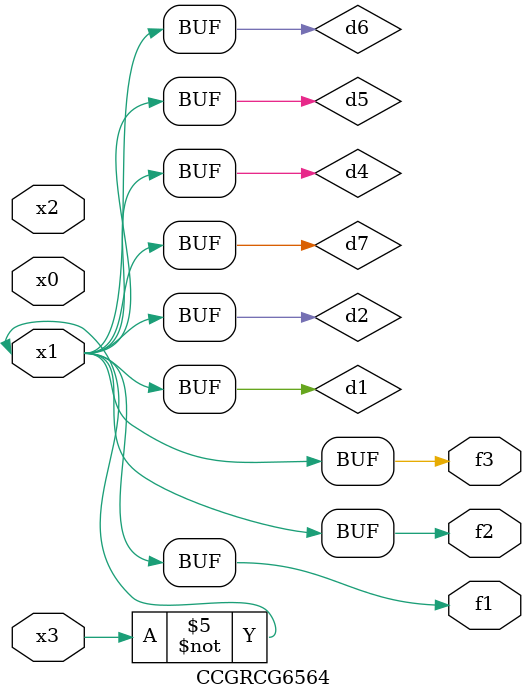
<source format=v>
module CCGRCG6564(
	input x0, x1, x2, x3,
	output f1, f2, f3
);

	wire d1, d2, d3, d4, d5, d6, d7;

	not (d1, x3);
	buf (d2, x1);
	xnor (d3, d1, d2);
	nor (d4, d1);
	buf (d5, d1, d2);
	buf (d6, d4, d5);
	nand (d7, d4);
	assign f1 = d6;
	assign f2 = d7;
	assign f3 = d6;
endmodule

</source>
